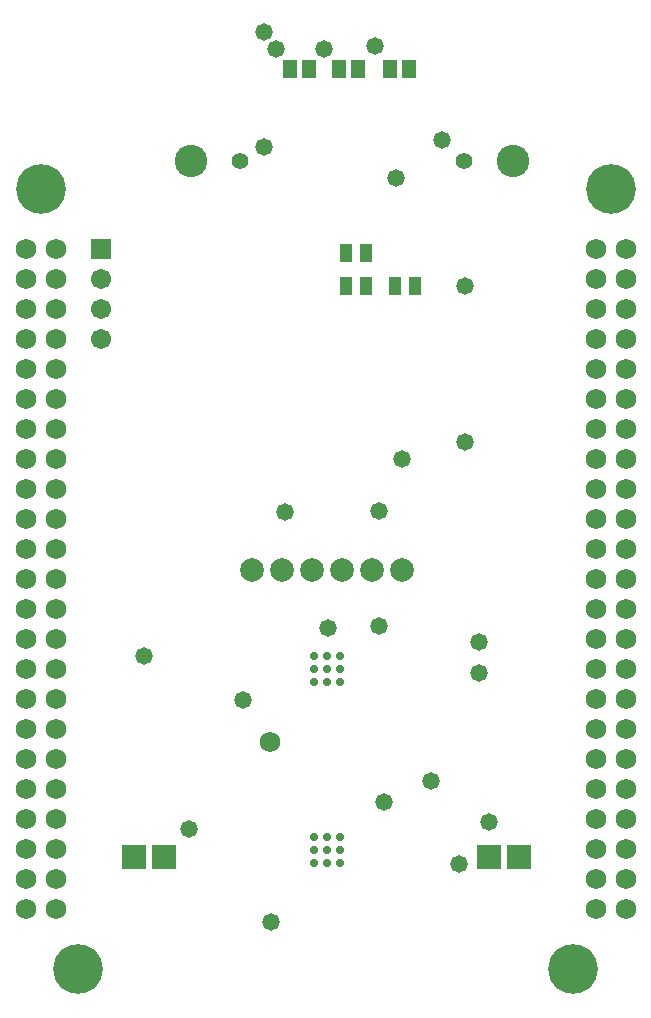
<source format=gbr>
G04 Layer_Color=8388736*
%FSLAX26Y26*%
%MOIN*%
%TF.FileFunction,Soldermask,Top*%
%TF.Part,Single*%
G01*
G75*
%TA.AperFunction,SMDPad,CuDef*%
%ADD36R,0.045402X0.061150*%
%ADD37R,0.041465X0.059181*%
%TA.AperFunction,ComponentPad*%
%ADD38C,0.165480*%
%ADD39C,0.068000*%
%TA.AperFunction,ViaPad*%
%ADD40C,0.068000*%
%TA.AperFunction,ComponentPad*%
%ADD41C,0.108000*%
%ADD42C,0.055000*%
%ADD43R,0.067055X0.067055*%
%ADD44C,0.067055*%
%ADD45R,0.078866X0.078866*%
%ADD46C,0.078866*%
%TA.AperFunction,ViaPad*%
%ADD47C,0.058000*%
%ADD48C,0.027685*%
D36*
X844740Y598992D02*
D03*
X781748D02*
D03*
X1006976D02*
D03*
X943984D02*
D03*
X1176976Y601229D02*
D03*
X1113985D02*
D03*
D37*
X1033464Y-15000D02*
D03*
X966536D02*
D03*
X1132224Y-125000D02*
D03*
X1199152D02*
D03*
X1033464D02*
D03*
X966536D02*
D03*
D38*
X1850000Y200000D02*
D03*
X-50000D02*
D03*
X75000Y-2400000D02*
D03*
X1725000D02*
D03*
D39*
X1800000Y0D02*
D03*
Y-100000D02*
D03*
Y-200000D02*
D03*
Y-300000D02*
D03*
Y-400000D02*
D03*
Y-500000D02*
D03*
Y-600000D02*
D03*
Y-700000D02*
D03*
Y-800000D02*
D03*
Y-900000D02*
D03*
Y-1000000D02*
D03*
Y-1100000D02*
D03*
Y-1200000D02*
D03*
Y-1300000D02*
D03*
Y-1400000D02*
D03*
Y-1500000D02*
D03*
Y-1600000D02*
D03*
Y-1700000D02*
D03*
Y-1800000D02*
D03*
Y-1900000D02*
D03*
Y-2000000D02*
D03*
Y-2100000D02*
D03*
Y-2200000D02*
D03*
X1900000Y-100000D02*
D03*
Y-200000D02*
D03*
Y-300000D02*
D03*
Y-400000D02*
D03*
Y-500000D02*
D03*
Y-600000D02*
D03*
Y-700000D02*
D03*
Y-800000D02*
D03*
Y-900000D02*
D03*
Y-1000000D02*
D03*
Y-1100000D02*
D03*
Y-1200000D02*
D03*
Y-1300000D02*
D03*
Y-1400000D02*
D03*
Y-1500000D02*
D03*
Y-1600000D02*
D03*
Y-1700000D02*
D03*
Y-1800000D02*
D03*
Y-1900000D02*
D03*
Y-2000000D02*
D03*
Y-2100000D02*
D03*
Y-2200000D02*
D03*
X0Y0D02*
D03*
X-100000D02*
D03*
Y-100000D02*
D03*
Y-200000D02*
D03*
Y-300000D02*
D03*
Y-400000D02*
D03*
Y-500000D02*
D03*
Y-600000D02*
D03*
Y-700000D02*
D03*
Y-800000D02*
D03*
Y-900000D02*
D03*
Y-1000000D02*
D03*
Y-1100000D02*
D03*
Y-1200000D02*
D03*
Y-1300000D02*
D03*
Y-1400000D02*
D03*
Y-1500000D02*
D03*
Y-1600000D02*
D03*
Y-1700000D02*
D03*
Y-1800000D02*
D03*
Y-1900000D02*
D03*
Y-2000000D02*
D03*
Y-2100000D02*
D03*
Y-2200000D02*
D03*
X0Y-100000D02*
D03*
Y-200000D02*
D03*
Y-300000D02*
D03*
Y-400000D02*
D03*
Y-500000D02*
D03*
Y-600000D02*
D03*
Y-700000D02*
D03*
Y-800000D02*
D03*
Y-900000D02*
D03*
Y-1000000D02*
D03*
Y-1100000D02*
D03*
Y-1200000D02*
D03*
Y-1300000D02*
D03*
Y-1400000D02*
D03*
Y-1500000D02*
D03*
Y-1600000D02*
D03*
Y-1700000D02*
D03*
Y-1800000D02*
D03*
Y-1900000D02*
D03*
Y-2000000D02*
D03*
Y-2100000D02*
D03*
Y-2200000D02*
D03*
X1900000Y0D02*
D03*
D40*
X714614Y-1643000D02*
D03*
D41*
X1524200Y293000D02*
D03*
X451800D02*
D03*
D42*
X613700D02*
D03*
X1362300Y291400D02*
D03*
D43*
X150000Y0D02*
D03*
D44*
Y-100000D02*
D03*
Y-200000D02*
D03*
Y-300000D02*
D03*
D45*
X262449Y-2027897D02*
D03*
X362449D02*
D03*
X1443551D02*
D03*
X1543551D02*
D03*
D46*
X1153000Y-1069000D02*
D03*
X1053000D02*
D03*
X953000D02*
D03*
X853000D02*
D03*
X753000D02*
D03*
X653000D02*
D03*
D47*
X734000Y668000D02*
D03*
X695000Y722000D02*
D03*
X895000Y666000D02*
D03*
X1064000Y675000D02*
D03*
X717566Y-2243000D02*
D03*
X695000Y340000D02*
D03*
X1093000Y-1843000D02*
D03*
X1250078Y-1773000D02*
D03*
X623000Y-1503000D02*
D03*
X906000Y-1263000D02*
D03*
X1288000Y363000D02*
D03*
X443000Y-1933063D02*
D03*
X293000Y-1357874D02*
D03*
X763000Y-878000D02*
D03*
X1345000Y-2050000D02*
D03*
X1077928Y-1257598D02*
D03*
Y-875000D02*
D03*
X1362688Y-642598D02*
D03*
X1153000Y-698779D02*
D03*
X1365000Y-125000D02*
D03*
X1135000Y235000D02*
D03*
X1410000Y-1311000D02*
D03*
Y-1414000D02*
D03*
X1443766Y-1909000D02*
D03*
D48*
X946307Y-1959693D02*
D03*
X903000D02*
D03*
X859693D02*
D03*
X946307Y-2003000D02*
D03*
X903000D02*
D03*
X859693D02*
D03*
X946307Y-2046307D02*
D03*
X903000D02*
D03*
X859693D02*
D03*
Y-1444488D02*
D03*
X903000D02*
D03*
X946307D02*
D03*
X859693Y-1401181D02*
D03*
X903000D02*
D03*
X946307D02*
D03*
X859693Y-1357874D02*
D03*
X903000D02*
D03*
X946307D02*
D03*
%TF.MD5,ae70ed5fc63845096f6d6151e8b8f2fe*%
M02*

</source>
